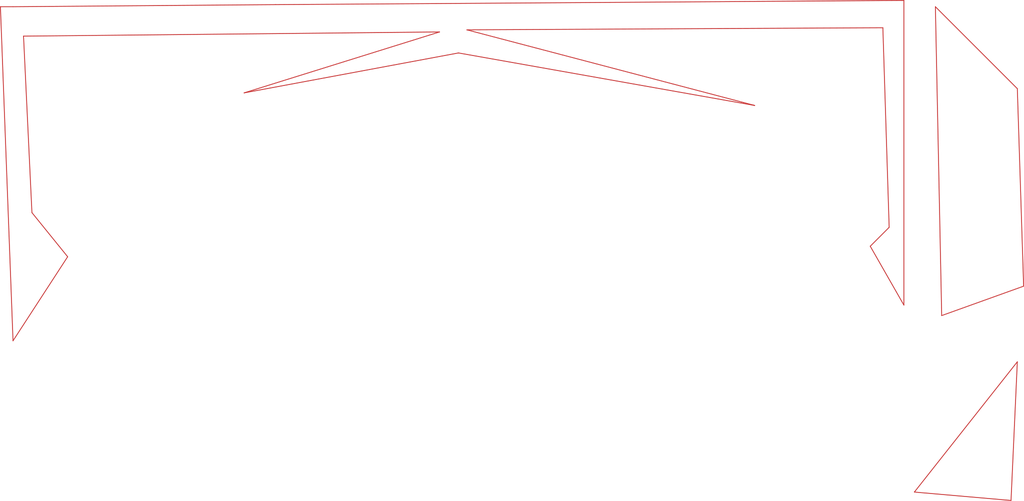
<source format=kicad_pcb>
(kicad_pcb
	(version 20240108)
	(generator "pcbnew")
	(generator_version "8.0")
	(general
		(thickness 1.6)
		(legacy_teardrops no)
	)
	(paper "A4")
	(layers
		(0 "F.Cu" signal)
		(31 "B.Cu" signal)
		(32 "B.Adhes" user "B.Adhesive")
		(33 "F.Adhes" user "F.Adhesive")
		(34 "B.Paste" user)
		(35 "F.Paste" user)
		(36 "B.SilkS" user "B.Silkscreen")
		(37 "F.SilkS" user "F.Silkscreen")
		(38 "B.Mask" user)
		(39 "F.Mask" user)
		(40 "Dwgs.User" user "User.Drawings")
		(41 "Cmts.User" user "User.Comments")
		(42 "Eco1.User" user "User.Eco1")
		(43 "Eco2.User" user "User.Eco2")
		(44 "Edge.Cuts" user)
		(45 "Margin" user)
		(46 "B.CrtYd" user "B.Courtyard")
		(47 "F.CrtYd" user "F.Courtyard")
		(48 "B.Fab" user)
		(49 "F.Fab" user)
		(50 "User.1" user)
		(51 "User.2" user)
		(52 "User.3" user)
		(53 "User.4" user)
		(54 "User.5" user)
		(55 "User.6" user)
		(56 "User.7" user)
		(57 "User.8" user)
		(58 "User.9" user)
	)
	(setup
		(pad_to_mask_clearance 0)
		(allow_soldermask_bridges_in_footprints no)
		(pcbplotparams
			(layerselection 0x00010fc_ffffffff)
			(plot_on_all_layers_selection 0x0000000_00000000)
			(disableapertmacros no)
			(usegerberextensions no)
			(usegerberattributes yes)
			(usegerberadvancedattributes yes)
			(creategerberjobfile yes)
			(dashed_line_dash_ratio 12.000000)
			(dashed_line_gap_ratio 3.000000)
			(svgprecision 4)
			(plotframeref no)
			(viasonmask no)
			(mode 1)
			(useauxorigin no)
			(hpglpennumber 1)
			(hpglpenspeed 20)
			(hpglpendiameter 15.000000)
			(pdf_front_fp_property_popups yes)
			(pdf_back_fp_property_popups yes)
			(dxfpolygonmode yes)
			(dxfimperialunits yes)
			(dxfusepcbnewfont yes)
			(psnegative no)
			(psa4output no)
			(plotreference yes)
			(plotvalue yes)
			(plotfptext yes)
			(plotinvisibletext no)
			(sketchpadsonfab no)
			(subtractmaskfromsilk no)
			(outputformat 1)
			(mirror no)
			(drillshape 1)
			(scaleselection 1)
			(outputdirectory "")
		)
	)
	(net 0 "")
	(gr_line
		(start 273.5 90)
		(end 254 97)
		(stroke
			(width 0.2)
			(type default)
		)
		(layer "F.Cu")
		(uuid "02565d9c-8fa2-428d-909b-d4b3bb90e5a0")
	)
	(gr_line
		(start 134.5 29.5)
		(end 35.5 30.5)
		(stroke
			(width 0.2)
			(type default)
		)
		(layer "F.Cu")
		(uuid "1f2cc44d-162d-425d-b45d-67f4e37154c4")
	)
	(gr_line
		(start 245 94.5)
		(end 237 80.5)
		(stroke
			(width 0.2)
			(type default)
		)
		(layer "F.Cu")
		(uuid "1f4edbf2-a28f-4000-b4b9-9343a548f775")
	)
	(gr_line
		(start 247.5 139)
		(end 270.5 141)
		(stroke
			(width 0.2)
			(type default)
		)
		(layer "F.Cu")
		(uuid "3105bec4-8700-4c3d-8de5-1bedc7b758e2")
	)
	(gr_line
		(start 240 28.5)
		(end 141 29)
		(stroke
			(width 0.2)
			(type default)
		)
		(layer "F.Cu")
		(uuid "373e7cbe-76e8-41ec-816d-053c755b3868")
	)
	(gr_line
		(start 37.5 72.5)
		(end 46 83)
		(stroke
			(width 0.2)
			(type default)
		)
		(layer "F.Cu")
		(uuid "3dd71f8d-c0e5-4482-a9b2-c1cdd18f8b72")
	)
	(gr_line
		(start 241.5 76)
		(end 240 28.5)
		(stroke
			(width 0.2)
			(type default)
		)
		(layer "F.Cu")
		(uuid "3eebdc95-f05b-4897-b120-e8f63ba59b9e")
	)
	(gr_line
		(start 272 43)
		(end 273.5 90)
		(stroke
			(width 0.2)
			(type default)
		)
		(layer "F.Cu")
		(uuid "46475d4e-6266-4517-a7fb-9004d9ae10c3")
	)
	(gr_line
		(start 237 80.5)
		(end 241.5 76)
		(stroke
			(width 0.2)
			(type default)
		)
		(layer "F.Cu")
		(uuid "47279a8e-42e0-4924-b793-20ebf8dbe3c7")
	)
	(gr_line
		(start 33 23.5)
		(end 95.5 23)
		(stroke
			(width 0.2)
			(type default)
		)
		(layer "F.Cu")
		(uuid "477a3d5e-e168-4d4b-acf2-edb242b56039")
	)
	(gr_line
		(start 252.5 23.5)
		(end 272 43)
		(stroke
			(width 0.2)
			(type default)
		)
		(layer "F.Cu")
		(uuid "4e27ba40-1bde-4408-902b-c4a0c054df3a")
	)
	(gr_line
		(start 245 22)
		(end 245 94.5)
		(stroke
			(width 0.2)
			(type default)
		)
		(layer "F.Cu")
		(uuid "56c2327a-6b2e-4271-bc2b-90f1bc2e8bcb")
	)
	(gr_line
		(start 141 29)
		(end 209.5 47)
		(stroke
			(width 0.2)
			(type default)
		)
		(layer "F.Cu")
		(uuid "59f775e1-c484-4cf0-8e15-8cb8404f0b70")
	)
	(gr_line
		(start 35.5 30.5)
		(end 37.5 72.5)
		(stroke
			(width 0.2)
			(type default)
		)
		(layer "F.Cu")
		(uuid "6efea243-476c-4bff-a8f4-f95595cde8a7")
	)
	(gr_line
		(start 254 97)
		(end 252.5 23.5)
		(stroke
			(width 0.2)
			(type default)
		)
		(layer "F.Cu")
		(uuid "73f091a3-6db7-434b-9cd3-f8b1e42754ce")
	)
	(gr_line
		(start 33 103)
		(end 30 23.5)
		(stroke
			(width 0.2)
			(type default)
		)
		(layer "F.Cu")
		(uuid "77e08e5e-aec0-4694-9f6e-cdea970338e3")
	)
	(gr_line
		(start 88 44)
		(end 134.5 29.5)
		(stroke
			(width 0.2)
			(type default)
		)
		(layer "F.Cu")
		(uuid "80b0f549-3aa1-4b60-8eb5-ae4bf8d8afe8")
	)
	(gr_line
		(start 30 23.5)
		(end 33 23.5)
		(stroke
			(width 0.2)
			(type default)
		)
		(layer "F.Cu")
		(uuid "9d22b37f-a025-4583-9e4f-7f8abd30cb6a")
	)
	(gr_line
		(start 272 108)
		(end 247.5 139)
		(stroke
			(width 0.2)
			(type default)
		)
		(layer "F.Cu")
		(uuid "a6e18e06-fb73-4f0d-ab97-f98d0e2f07c6")
	)
	(gr_line
		(start 209.5 47)
		(end 139 34.5)
		(stroke
			(width 0.2)
			(type default)
		)
		(layer "F.Cu")
		(uuid "ab2afef2-557c-40e8-8d4f-bafe2dde1e6c")
	)
	(gr_line
		(start 46 83)
		(end 33 103)
		(stroke
			(width 0.2)
			(type default)
		)
		(layer "F.Cu")
		(uuid "c5fa16ed-247b-488a-8558-509ac0b4b747")
	)
	(gr_line
		(start 270.5 141)
		(end 272 108)
		(stroke
			(width 0.2)
			(type default)
		)
		(layer "F.Cu")
		(uuid "ca44f9a2-cf17-4eb2-ac39-ec911fc07925")
	)
	(gr_line
		(start 95.5 23)
		(end 245 22)
		(stroke
			(width 0.2)
			(type default)
		)
		(layer "F.Cu")
		(uuid "d1e8ef0c-f333-45e1-a21d-175a6c3b5cc3")
	)
	(gr_line
		(start 139 34.5)
		(end 88 44)
		(stroke
			(width 0.2)
			(type default)
		)
		(layer "F.Cu")
		(uuid "e9235c9b-ed8f-4bd2-b0f0-f078e8f3657a")
	)
)

</source>
